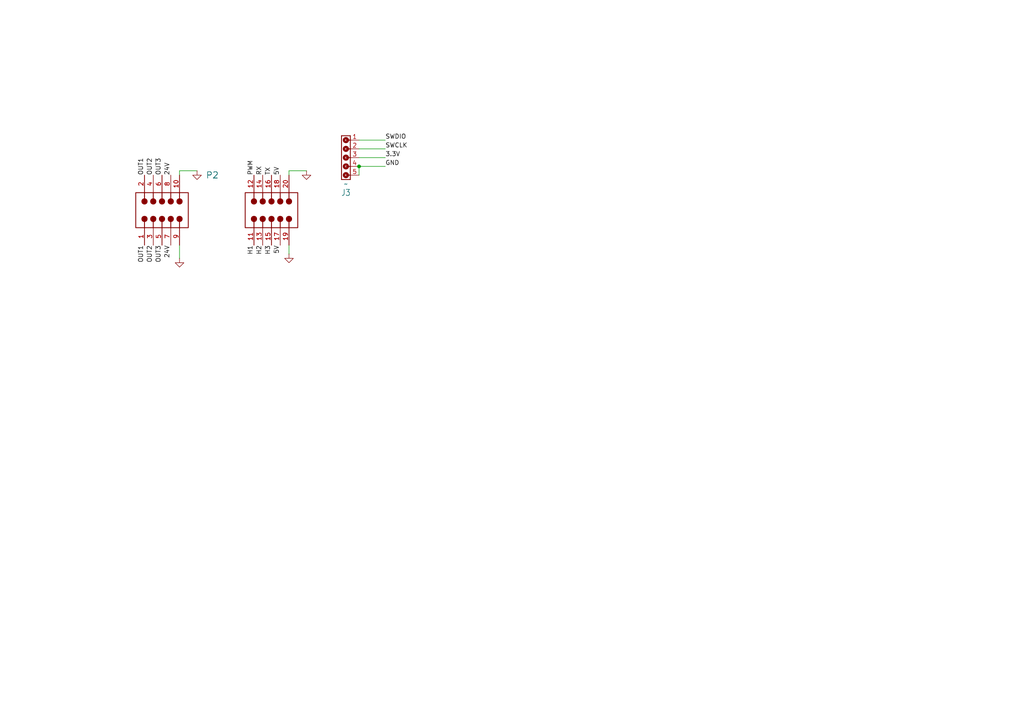
<source format=kicad_sch>
(kicad_sch (version 20231120) (generator "eeschema") (generator_version "8.0")
  (paper "A4")
  (lib_symbols
    (symbol "61300511121:6130XX11121_61300511121"
      (property "Reference" "J" (at -7.62 -1.778 0))
      (symbol "6130XX11121_61300511121_1_0"
        (circle (center -5.08 -1.27) (radius 0.254) (stroke (width 0.635)))
        (circle (center -2.54 -1.27) (radius 0.254) (stroke (width 0.635)))
        (circle (center 0 -1.27) (radius 0.254) (stroke (width 0.635)))
        (polyline (pts (xy -6.35 -2.54) (xy 6.35 -2.54)) (stroke (width 0.254)))
        (polyline (pts (xy -6.35 0) (xy -6.35 -2.54)) (stroke (width 0.254)))
        (polyline (pts (xy -5.08 -1.27) (xy -5.08 -2.54)) (stroke (width 0.254)))
        (polyline (pts (xy -2.54 -1.27) (xy -2.54 -2.54)) (stroke (width 0.254)))
        (polyline (pts (xy 0 -1.27) (xy 0 -2.54)) (stroke (width 0.254)))
        (polyline (pts (xy 2.54 -1.27) (xy 2.54 -2.54)) (stroke (width 0.254)))
        (polyline (pts (xy 5.08 -1.27) (xy 5.08 -2.54)) (stroke (width 0.254)))
        (polyline (pts (xy 6.35 -2.54) (xy 6.35 0)) (stroke (width 0.254)))
        (polyline (pts (xy 6.35 0) (xy -6.35 0)) (stroke (width 0.254)))
        (circle (center 2.54 -1.27) (radius 0.254) (stroke (width 0.635)))
        (circle (center 5.08 -1.27) (radius 0.254) (stroke (width 0.635)))
        (pin passive line (at -5.08 -5.08 90) (length 2.54) (name "1") (number "1"))
        (pin passive line (at -2.54 -5.08 90) (length 2.54) (name "2") (number "2"))
        (pin passive line (at 0 -5.08 90) (length 2.54) (name "3") (number "3"))
        (pin passive line (at 2.54 -5.08 90) (length 2.54) (name "4") (number "4"))
        (pin passive line (at 5.08 -5.08 90) (length 2.54) (name "5") (number "5"))
      )
    )
    (symbol "61301021021_1"
      (property "Reference" "P2" (at 1.905 10.16 0))
      (symbol "61301021021_1_1_0"
        (circle (center -17.78 -2.54) (radius 0.762) (stroke (width 0.254)) (fill (type outline)))
        (circle (center -17.78 2.54) (radius 0.762) (stroke (width 0.254)) (fill (type outline)))
        (circle (center -15.24 -2.54) (radius 0.762) (stroke (width 0.254)) (fill (type outline)))
        (circle (center -15.24 2.54) (radius 0.762) (stroke (width 0.254)) (fill (type outline)))
        (circle (center -12.7 -2.54) (radius 0.762) (stroke (width 0.254)) (fill (type outline)))
        (circle (center -12.7 2.54) (radius 0.762) (stroke (width 0.254)) (fill (type outline)))
        (circle (center -10.16 -2.54) (radius 0.762) (stroke (width 0.254)) (fill (type outline)))
        (circle (center -10.16 2.54) (radius 0.762) (stroke (width 0.254)) (fill (type outline)))
        (circle (center -7.62 -2.54) (radius 0.762) (stroke (width 0.254)) (fill (type outline)))
        (circle (center -7.62 2.54) (radius 0.762) (stroke (width 0.254)) (fill (type outline)))
        (polyline (pts (xy -17.78 -5.08) (xy -17.78 -3.302)) (stroke (width 0.254)))
        (polyline (pts (xy -17.78 5.08) (xy -17.78 3.302)) (stroke (width 0.254)))
        (polyline (pts (xy -15.24 -5.08) (xy -15.24 -3.302)) (stroke (width 0.254)))
        (polyline (pts (xy -15.24 5.08) (xy -15.24 3.302)) (stroke (width 0.254)))
        (polyline (pts (xy -12.7 -5.08) (xy -12.7 -3.302)) (stroke (width 0.254)))
        (polyline (pts (xy -12.7 5.08) (xy -12.7 3.302)) (stroke (width 0.254)))
        (polyline (pts (xy -10.16 -5.08) (xy -10.16 -3.302)) (stroke (width 0.254)))
        (polyline (pts (xy -10.16 5.08) (xy -10.16 3.302)) (stroke (width 0.254)))
        (polyline (pts (xy -7.62 -5.08) (xy -7.62 -3.302)) (stroke (width 0.254)))
        (polyline (pts (xy -7.62 5.08) (xy -7.62 3.302)) (stroke (width 0.254)))
        (polyline (pts (xy 13.97 -5.08) (xy 13.97 -3.302)) (stroke (width 0.254)))
        (polyline (pts (xy 13.97 5.08) (xy 13.97 3.302)) (stroke (width 0.254)))
        (polyline (pts (xy 16.51 -5.08) (xy 16.51 -3.302)) (stroke (width 0.254)))
        (polyline (pts (xy 16.51 5.08) (xy 16.51 3.302)) (stroke (width 0.254)))
        (polyline (pts (xy 19.05 -5.08) (xy 19.05 -3.302)) (stroke (width 0.254)))
        (polyline (pts (xy 19.05 5.08) (xy 19.05 3.302)) (stroke (width 0.254)))
        (polyline (pts (xy 21.59 -5.08) (xy 21.59 -3.302)) (stroke (width 0.254)))
        (polyline (pts (xy 21.59 5.08) (xy 21.59 3.302)) (stroke (width 0.254)))
        (polyline (pts (xy 24.13 -5.08) (xy 24.13 -3.302)) (stroke (width 0.254)))
        (polyline (pts (xy 24.13 5.08) (xy 24.13 3.302)) (stroke (width 0.254)))
        (polyline (pts (xy -20.32 -5.08) (xy -20.32 5.08) (xy -5.08 5.08) (xy -5.08 -5.08) (xy -20.32 -5.08) (xy -19.05 -5.08)) (stroke (width 0.254)))
        (polyline (pts (xy 11.43 -5.08) (xy 11.43 5.08) (xy 26.67 5.08) (xy 26.67 -5.08) (xy 11.43 -5.08) (xy 12.7 -5.08)) (stroke (width 0.254)))
        (circle (center 13.97 -2.54) (radius 0.762) (stroke (width 0.254)) (fill (type outline)))
        (circle (center 13.97 2.54) (radius 0.762) (stroke (width 0.254)) (fill (type outline)))
        (circle (center 16.51 -2.54) (radius 0.762) (stroke (width 0.254)) (fill (type outline)))
        (circle (center 16.51 2.54) (radius 0.762) (stroke (width 0.254)) (fill (type outline)))
        (circle (center 19.05 -2.54) (radius 0.762) (stroke (width 0.254)) (fill (type outline)))
        (circle (center 19.05 2.54) (radius 0.762) (stroke (width 0.254)) (fill (type outline)))
        (circle (center 21.59 -2.54) (radius 0.762) (stroke (width 0.254)) (fill (type outline)))
        (circle (center 21.59 2.54) (radius 0.762) (stroke (width 0.254)) (fill (type outline)))
        (circle (center 24.13 -2.54) (radius 0.762) (stroke (width 0.254)) (fill (type outline)))
        (circle (center 24.13 2.54) (radius 0.762) (stroke (width 0.254)) (fill (type outline)))
        (pin passive line (at -17.78 -10.16 90) (length 5.08) (name "1") (number "1"))
        (pin passive line (at -7.62 10.16 270) (length 5.08) (name "10") (number "10"))
        (pin passive line (at 13.97 -10.16 90) (length 5.08) (name "11") (number "11"))
        (pin passive line (at 13.97 10.16 270) (length 5.08) (name "12") (number "12"))
        (pin passive line (at 16.51 -10.16 90) (length 5.08) (name "13") (number "13"))
        (pin passive line (at 16.51 10.16 270) (length 5.08) (name "14") (number "14"))
        (pin passive line (at 19.05 -10.16 90) (length 5.08) (name "15") (number "15"))
        (pin passive line (at 19.05 10.16 270) (length 5.08) (name "16") (number "16"))
        (pin passive line (at 21.59 -10.16 90) (length 5.08) (name "17") (number "17"))
        (pin passive line (at 21.59 10.16 270) (length 5.08) (name "18") (number "18"))
        (pin passive line (at 24.13 -10.16 90) (length 5.08) (name "19") (number "19"))
        (pin passive line (at -17.78 10.16 270) (length 5.08) (name "2") (number "2"))
        (pin passive line (at 24.13 10.16 270) (length 5.08) (name "20") (number "20"))
        (pin passive line (at -15.24 -10.16 90) (length 5.08) (name "3") (number "3"))
        (pin passive line (at -15.24 10.16 270) (length 5.08) (name "4") (number "4"))
        (pin passive line (at -12.7 -10.16 90) (length 5.08) (name "5") (number "5"))
        (pin passive line (at -12.7 10.16 270) (length 5.08) (name "6") (number "6"))
        (pin passive line (at -10.16 -10.16 90) (length 5.08) (name "7") (number "7"))
        (pin passive line (at -10.16 10.16 270) (length 5.08) (name "8") (number "8"))
        (pin passive line (at -7.62 -10.16 90) (length 5.08) (name "9") (number "9"))
      )
    )
    (symbol "power:GND" (power) (pin_numbers hide) (pin_names (offset 0) hide)
      (property "Value" "GND" (at 0 -3.81 0))
      (symbol "GND_0_1"
        (polyline (pts (xy 0 0) (xy 0 -1.27) (xy 1.27 -1.27) (xy 0 -2.54) (xy -1.27 -1.27) (xy 0 -1.27)))
      )
      (symbol "GND_1_1"
        (pin power_in line (at 0 0 270) (length 0) (name "~") (number "1"))
      )
    )
  )
  (junction (at 104.14 48.26))
  (wire (pts (xy 52.07 50.8) (xy 52.07 49.53)))
  (wire (pts (xy 104.14 48.26) (xy 111.76 48.26)))
  (wire (pts (xy 104.14 43.18) (xy 111.76 43.18)))
  (wire (pts (xy 52.07 49.53) (xy 57.15 49.53)))
  (wire (pts (xy 83.82 71.12) (xy 83.82 73.66)))
  (wire (pts (xy 52.07 71.12) (xy 52.07 74.93)))
  (wire (pts (xy 104.14 45.72) (xy 111.76 45.72)))
  (wire (pts (xy 104.14 40.64) (xy 111.76 40.64)))
  (wire (pts (xy 88.9 49.53) (xy 83.82 49.53)))
  (wire (pts (xy 83.82 49.53) (xy 83.82 50.8)))
  (wire (pts (xy 104.14 50.8) (xy 104.14 48.26)))
  (label "RX" (at 76.2 50.8 90))
  (label "SWDIO" (at 111.76 40.64 0))
  (label "OUT1" (at 41.91 71.12 270))
  (label "OUT2" (at 44.45 50.8 90))
  (label "H1" (at 73.66 71.12 270))
  (label "OUT3" (at 46.99 71.12 270))
  (label "3.3V" (at 111.76 45.72 0))
  (label "PWM" (at 73.66 50.8 90))
  (label "5V" (at 81.28 71.12 270))
  (label "H2" (at 76.2 71.12 270))
  (label "5V" (at 81.28 50.8 90))
  (label "H3" (at 78.74 71.12 270))
  (label "SWCLK" (at 111.76 43.18 0))
  (label "GND" (at 111.76 48.26 0))
  (label "24V" (at 49.53 50.8 90))
  (label "OUT2" (at 44.45 71.12 270))
  (label "OUT1" (at 41.91 50.8 90))
  (label "OUT3" (at 46.99 50.8 90))
  (label "TX" (at 78.74 50.8 90))
  (label "24V" (at 49.53 71.12 270))
  (symbol (lib_id "power:GND") (at 52.07 74.93 0) (unit 1)
    (property "Reference" "#PWR01" (effects (hide yes)))
    (property "Value" "GND" (effects (hide yes)))
    (property "Description" "Power symbol creates a global label with name \"GND\" , ground" (effects (hide yes)))
  )
  (symbol (lib_id "power:GND") (at 83.82 73.66 0) (unit 1)
    (property "Reference" "#PWR06" (effects (hide yes)))
    (property "Value" "GND" (effects (hide yes)))
    (property "Description" "Power symbol creates a global label with name \"GND\" , ground" (effects (hide yes)))
  )
  (symbol (lib_id "61300511121:6130XX11121_61300511121") (at 99.06 45.72 90) (mirror x) (unit 1)
    (property "Reference" "J3" (at 100.33 55.88 90) (effects (font (size 1.778 1.5113))))
    (property "Value" "~" (at 100.33 53.34 90) (effects (font (size 1.778 1.5113))))
    (property "Footprint" "Eagle_WR-PHD (rev24c):61300511121" (effects (hide yes)))
    (property "Description" "WR-PHD 2.54 mm THT Pin Header   ARTICLE PROPERTIES:  Pins:1;​ 2;​ 3;​ 4;​ 5;​ 6;​ 7;​ 8;​ 9;​ 10;​ 12;​ 13;​ 14;​ 15;​ 16;​ 18;​ 20;​ 22;​ 24;​ 25;​ 32;​ 36;​ 40  KIND PROPERTIES:  Pitch：2.54 mm Quality Class:3 as per CECC 75 301-802 Rows：Single Gender：Pin Header Type：Straight  MATERIAL PROPERTIES:  Insulator Material PA6T; PBT  Insulator Flammability Rating:UL94 V-0 Contact Material:Copper Alloy Contact Plating:Gold Contact Type:Stamped  GENERAL INFORMATION  Operating Temperature:-40 up to +105 °C  ELECTRICAL PROPERTIES:  Withstanding Voltage 500 V (AC)  Contact Resistance 20 mΩ  RISO 1000 MΩ   CERTIFICATION  UL Approval:E323964  PACKAGING PROPERTIES  Packaging:Bag\nhttps://www.we-online.com/catalog/media/o33211v209%20Family_BTB_PHD_6130xx11121.jpg\n\nDetails see: https://www.we-online.com/katalog/en/em/PHD_2_54_THT_PIN_HEADER_6130XX11121 https://www.we-online.com/katalog/en/em/PHD_2_54_THT_PIN_HEADER_6130XX11121\n\nUpdated by Ella Wu 2021-12-08 2021 (C) Würth Elektronik" (effects (hide yes)))
  )
  (symbol (lib_id "power:GND") (at 57.15 49.53 0) (unit 1)
    (property "Reference" "#PWR02" (effects (hide yes)))
    (property "Value" "GND" (effects (hide yes)))
    (property "Description" "Power symbol creates a global label with name \"GND\" , ground" (effects (hide yes)))
  )
  (symbol (lib_name "61301021021_1") (lib_id "61301021021:61301021021") (at 59.69 60.96 0) (unit 1)
    (property "Reference" "P2" (at 61.595 50.8 0) (effects (font (size 1.8288 1.8288))))
    (property "Value" "61301021021" (effects (hide yes)))
    (property "Footprint" "61301021021:ESC_Adapter_pins_right_angle" (effects (hide yes)))
    (property "Description" "WR-PHD Pin Header, THT, Angled, pitch 2.54mm, 2 Row, 10P" (effects (hide yes)))
    (property "Manufacturer Part Number" "61301021021" (effects (hide yes)))
    (property "Category" "Board-to-Board Connectors" (effects (hide yes)))
    (property "Match Code" "WR-PHD" (effects (hide yes)))
    (property "ComponentLink1Description" "Website Link" (effects (hide yes)))
    (property "ComponentLink1URL" "https://www.we-online.com/redexpert/article/61301021021?ad" (effects (hide yes)))
    (property "ComponentLink2Description" "Datasheet Link" (effects (hide yes)))
    (property "ComponentLink2URL" "https://www.we-online.com/redexpert/spec/61301021021?ad" (effects (hide yes)))
    (property "Manufacturer" "Wurth Elektronik" (effects (hide yes)))
    (property "Mount" "Through Hole" (effects (hide yes)))
    (property "Operating Temperature Max" "105°C" (effects (hide yes)))
    (property "Operating Temperature Min" "-40°C" (effects (hide yes)))
    (property "Packaging" "Bag" (effects (hide yes)))
    (property "Contact Resistance" "20mOhm" (effects (hide yes)))
    (property "Gender" "Pin Header" (effects (hide yes)))
    (property "Number of Pins" "10" (effects (hide yes)))
    (property "Number of Rows" "2" (effects (hide yes)))
    (property "Orientation" "Angled" (effects (hide yes)))
    (property "Pitch" "2.54mm" (effects (hide yes)))
    (property "Rated Current" "3A" (effects (hide yes)))
    (property "Working Voltage" "250V" (effects (hide yes)))
    (property "Withstanding Voltage" "500V" (effects (hide yes)))
  )
  (symbol (lib_id "power:GND") (at 88.9 49.53 0) (unit 1)
    (property "Reference" "#PWR05" (effects (hide yes)))
    (property "Value" "GND" (effects (hide yes)))
    (property "Description" "Power symbol creates a global label with name \"GND\" , ground" (effects (hide yes)))
  )
)
</source>
